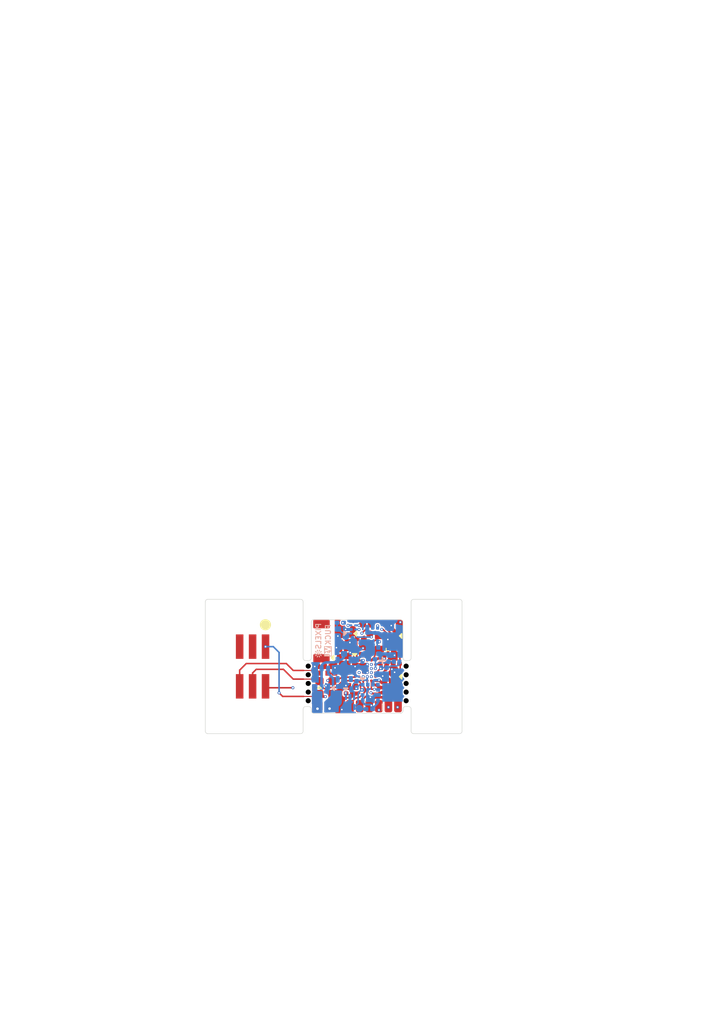
<source format=kicad_pcb>
(kicad_pcb (version 20241229) (generator "pcbnew") (generator_version "9.0")
  (title_block (title "Pixels D20 Layout") (date "2022-08-26") (rev "13") (company "Systemic Games, LLC") (comment 1 "Flexible PCB, 0.13mm thickness"))
  (layers (0 "F.Cu" signal) (4 "In1.Cu" signal) (6 "In2.Cu" signal) (2 "B.Cu" signal) (13 "F.Paste" user) (15 "B.Paste" user) (5 "F.SilkS" user "F.Silkscreen") (7 "B.SilkS" user "B.Silkscreen") (1 "F.Mask" user) (3 "B.Mask" user) (25 "Edge.Cuts" user))
  (net 0 "")
  (net 1 "/ANTENNA_MECHANICAL")
  (net 2 "GND")
  (net 3 "VDD")
  (net 4 "VDC")
  (net 5 "Net-(L1-Pad2)")
  (net 6 "+5V")
  (net 7 "VEE")
  (net 8 "/LED_EN")
  (net 9 "+BATT")
  (net 10 "SWDCLK")
  (net 11 "SWDIO")
  (net 12 "/5V_SENSE")
  (net 13 "/STATS")
  (net 14 "/SCL")
  (net 15 "/SDA")
  (net 16 "/ACC_INT")
  (net 17 "/PROG")
  (net 18 "/LED_DATA")
  (net 19 "/ANT_50")
  (net 20 "/ANT_NRF")
  (net 21 "/ANTENNA")
  (net 22 "Net-(U1-XC2)")
  (net 23 "Net-(U1-DEC1)")
  (net 24 "Net-(U1-XC1)")
  (net 25 "Net-(U1-DEC4)")
  (net 26 "Net-(U1-DEC2)")
  (net 27 "Net-(U1-DCC)")
  (net 28 "/LED_RETURN")
  (net 29 "/Wireless Charging/B-")
  (net 30 "/COILA")
  (net 31 "/COILB")
  (net 32 "/ANT_MID")
  (net 33 "Net-(U6-CE)")
  (net 34 "/NTC_PHOTO_SENSE")
  (net 36 "/OPT_A2D")
  (net 37 "/SENSE_SELECT")
  (net 38 "Net-(U7-BAT)")
  (net 39 "/VBAT_SENSE")
  (net 40 "/SM")
  (net 41 "Net-(U10-B0)")
  (net 42 "unconnected-(U11-RES-Pad4)")
  (net 43 "/OPT_IO")
  (footprint "Pixels-dice:0402_RF" (layer "F.Cu") (at 202.3 71.31 90)
    (property "Reference" "C12" (hide yes))
    (property "Value" "DNP" (hide yes))
  )
  (footprint "Capacitor_SMD:C_0201_0603Metric" (layer "F.Cu") (at 203.74 73.74)
    (property "Reference" "C10" (hide yes))
    (property "Value" "0.1uF 10V 20%" (hide yes))
  )
  (footprint "Pixels-dice:C_1.2x1.8" (layer "F.Cu") (at 206.69 68.74 90)
    (property "Reference" "L1" (hide yes))
    (property "Value" "10uH 100mA 20%" (hide yes))
  )
  (footprint "Pixels-dice:SX16Y032000B81T001" (layer "F.Cu") (at 203.29 68.37 180)
    (property "Reference" "Y1" (hide yes))
    (property "Value" "32MHz 40ppm" (hide yes))
  )
  (footprint "Pixels-dice:C_0402_1005Metric" (layer "F.Cu") (at 208.14 66.91 180)
    (property "Reference" "C9" (hide yes))
    (property "Value" "10uF 6.3V 20%" (hide yes))
  )
  (footprint "Pixels-dice:Mousebites_5" (layer "F.Cu") (at 199.7 72.765 90)
    (property "Reference" "REF**" (hide yes))
    (property "Value" "Mousebites_5" (hide yes))
  )
  (footprint "Resistor_SMD:R_0201_0603Metric" (layer "F.Cu") (at 208.7 69.03 -90)
    (property "Reference" "R12" (hide yes))
    (property "Value" "510R 1%")
  )
  (footprint "Pixels-dice:TEST_PIN" (layer "F.Cu") (at 205.89 66.95)
    (property "Reference" "W21" (hide yes))
    (property "Value" "LED2" (hide yes))
  )
  (footprint "Pixels-dice:FPB1_1-4" (layer "F.Cu") (at 207.875 69.025)
    (property "Reference" "U6" (hide yes))
    (property "Value" "ME6230")
  )
  (footprint "Pixels-dice:WLCSP" (layer "F.Cu") (at 205.3 71.5)
    (property "Reference" "U1" (hide yes))
    (property "Value" "NRF52810-CAAA-R" (hide yes))
  )
  (footprint "Capacitor_SMD:C_0201_0603Metric" (layer "F.Cu") (at 204.82 68.39 180)
    (property "Reference" "C2" (hide yes))
    (property "Value" "8pF 10V 10%" (hide yes))
  )
  (footprint "Pixels-dice:0402_RF" (layer "F.Cu") (at 202.95 71.22 -90)
    (property "Reference" "L5" (hide yes))
    (property "Value" "3.3nH 5%" (hide yes))
  )
  (footprint "Inductor_SMD:L_0402_1005Metric" (layer "F.Cu") (at 205.76 69.305 -90)
    (property "Reference" "L2" (hide yes))
    (property "Value" "15nH 100mA 5%" (hide yes))
  )
  (footprint "Package_DFN_QFN:UDFN-4-1EP_1x1mm_P0.65mm_EP0.48x0.48mm" (layer "F.Cu") (at 207.81 71.77 180)
    (property "Reference" "U7" (hide yes))
    (property "Value" "DS6101")
  )
  (footprint "Pixels-dice:TEST_PIN" (layer "F.Cu") (at 205.74 67.91)
    (property "Reference" "W23" (hide yes))
    (property "Value" "ADC_OUT" (hide yes))
  )
  (footprint "Connector_PinHeader_1.27mm:PinHeader_2x03_P1.27mm_Vertical_SMD" (layer "F.Cu") (at 194.24 71.1 -90)
    (property "Reference" "J5" (hide yes))
    (property "Value" "Conn_02x03_Odd_Even")
  )
  (footprint "Pixels-dice:TEST_PIN" (layer "F.Cu") (at 204.07 67.47)
    (property "Reference" "W11" (hide yes))
    (property "Value" "XC2" (hide yes))
  )
  (footprint "Pixels-dice:TEST_PIN" (layer "F.Cu") (at 205.04 66.95)
    (property "Reference" "W22" (hide yes))
    (property "Value" "ADC_SELECT" (hide yes))
  )
  (footprint "Pixels-dice:0402_RF" (layer "F.Cu") (at 200.85 71.1 180)
    (property "Reference" "C11" (hide yes))
    (property "Value" "DNP" (hide yes))
  )
  (footprint "Pixels-dice:AW35122" (layer "F.Cu") (at 208.491599 67.85 -90)
    (property "Reference" "U5" (hide yes))
    (property "Value" "AW35122" (hide yes))
  )
  (footprint "Pixels-dice:PROG_1.27" (layer "F.Cu") (at 201.44 73.805 180)
    (property "Reference" "J2" (hide yes))
    (property "Value" "Conn_01x04" (hide yes))
  )
  (footprint "Package_TO_SOT_SMD:SOT-553" (layer "F.Cu") (at 207.8425 73.17 180)
    (property "Reference" "U8" (hide yes))
    (property "Value" "SL1605")
  )
  (footprint "Pixels-dice:0402_RF" (layer "F.Cu") (at 201.2 71.75 180)
    (property "Reference" "L3" (hide yes))
    (property "Value" "0 Ohm" (hide yes))
  )
  (footprint "Pixels-dice:0402_RF" (layer "F.Cu") (at 203.6 71.22 90)
    (property "Reference" "L4" (hide yes))
    (property "Value" "2.2nH 5%" (hide yes))
  )
  (footprint "Pixels-dice:C_0402_1005Metric" (layer "F.Cu") (at 207.56 70.16)
    (property "Reference" "C18" (hide yes))
    (property "Value" "4.7uF 10V 20%" (hide yes))
  )
  (footprint "Pixels-dice:C_0402_1005Metric" (layer "F.Cu") (at 203.86 73.1 180)
    (property "Reference" "C4" (hide yes))
    (property "Value" "4.7uF 10V 20%" (hide yes))
  )
  (footprint "Capacitor_SMD:C_0201_0603Metric" (layer "F.Cu") (at 203.1 69.4)
    (property "Reference" "C5" (hide yes))
    (property "Value" "8pF 10V 10%" (hide yes))
  )
  (footprint "Pixels-dice:Mousebites_5" (layer "F.Cu") (at 209.31 72.765 90)
    (property "Reference" "REF**" (hide yes))
    (property "Value" "Mousebites_5" (hide yes))
  )
  (footprint "Capacitor_SMD:C_0201_0603Metric" (layer "F.Cu") (at 208.34 70.83 180)
    (property "Reference" "C23" (hide yes))
    (property "Value" "0.1uF 10V 20%")
  )
  (footprint "Capacitor_SMD:C_0201_0603Metric" (layer "F.Cu") (at 207.11 70.82)
    (property "Reference" "C3" (hide yes))
    (property "Value" "0.1uF 10V 20%" (hide yes))
  )
  (footprint "Pixels-dice:C_0402_1005Metric" (layer "F.Cu") (at 205 69.46 90)
    (property "Reference" "C1" (hide yes))
    (property "Value" "4.7uF 10V 20%" (hide yes))
  )
  (footprint "Pixels-dice:CHIP_ANT" (layer "F.Cu") (at 201 70.3)
    (property "Reference" "AE1" (hide yes))
    (property "Value" "Antenna_Chip" (hide yes))
  )
  (footprint "Pixels-dice:0402_RF" (layer "F.Cu") (at 203.2 70.11)
    (property "Reference" "C8" (hide yes))
    (property "Value" "1.2pF 10V 5% C0G" (hide yes))
  )
  (footprint "Pixels-dice:LED_CONNECTOR_9" (layer "F.Cu") (at 203.1125 75)
    (property "Reference" "J3" (hide yes))
    (property "Value" "Conn_01x09")
  )
  (footprint "Package_TO_SOT_SMD:SOT-553" (layer "B.Cu") (at 206.01 67.96 -90)
    (property "Reference" "U9" (hide yes))
    (property "Value" "XT4051" (hide yes))
  )
  (footprint "Resistor_SMD:R_0201_0603Metric" (layer "B.Cu") (at 206.58 69.55 -90)
    (property "Reference" "R6" (hide yes))
    (property "Value" "5.6k 1%" (hide yes))
  )
  (footprint "Capacitor_SMD:C_0201_0603Metric" (layer "B.Cu") (at 207.41 71.54 -90)
    (property "Reference" "C22" (hide yes))
    (property "Value" "10nF 25V 10%" (hide yes))
  )
  (footprint "Pixels-dice:SOT-363_SC-70-6" (layer "B.Cu") (at 201.01 72.2 90)
    (property "Reference" "D1" (hide yes))
    (property "Value" "BAV99S" (hide yes))
  )
  (footprint "Resistor_SMD:R_0201_0603Metric" (layer "B.Cu") (at 204.45 72.87 90)
    (property "Reference" "R11" (hide yes))
    (property "Value" "5.6k 1%")
  )
  (footprint "Resistor_SMD:R_0201_0603Metric" (layer "B.Cu") (at 205.93 70.38)
    (property "Reference" "R1" (hide yes))
    (property "Value" "3.9M 1%" (hide yes))
  )
  (footprint "Resistor_SMD:R_0201_0603Metric" (layer "B.Cu") (at 205.69 75.29 180)
    (property "Reference" "R10" (hide yes))
    (property "Value" "5.6k 1%")
  )
  (footprint "Pixels-dice:TEST_PIN" (layer "B.Cu") (at 204.35 70.46)
    (property "Reference" "W15" (hide yes))
    (property "Value" "+5V" (hide yes))
  )
  (footprint "Capacitor_SMD:C_0201_0603Metric" (layer "B.Cu") (at 208.11 70.3 90)
    (property "Reference" "C21" (hide yes))
    (property "Value" "10nF 25V 10%" (hide yes))
  )
  (footprint "Capacitor_SMD:C_0805_2012Metric" (layer "B.Cu") (at 201.5 74.24)
    (property "Reference" "C19" (hide yes))
    (property "Value" "12nF 50V 5% NP0" (hide yes))
  )
  (footprint "Pixels-dice:R_0402_1005Metric" (layer "B.Cu") (at 202.62 67.930001 -90)
    (property "Reference" "TH1" (hide yes))
    (property "Value" "NTC 100k @ 25C" (hide yes))
  )
  (footprint "Package_TO_SOT_SMD:SOT-353_SC-70-5" (layer "B.Cu") (at 203.23 71.41 90)
    (property "Reference" "U3" (hide yes))
    (property "Value" "TPS715" (hide yes))
  )
  (footprint "Resistor_SMD:R_0201_0603Metric" (layer "B.Cu") (at 206.86 71.54 -90)
    (property "Reference" "R8" (hide yes))
    (property "Value" "10M 1%" (hide yes))
  )
  (footprint "Resistor_SMD:R_0201_0603Metric" (layer "B.Cu") (at 202.85 66.8 180)
    (property "Reference" "R9" (hide yes))
    (property "Value" "100k 1%" (hide yes))
  )
  (footprint "Pixels-dice:TEST_PIN" (layer "B.Cu") (at 203.94 73.35)
    (property "Reference" "W9" (hide yes))
    (property "Value" "SDA" (hide yes))
  )
  (footprint "Package_LGA:LGA-12_2x2mm_P0.5mm" (layer "B.Cu") (at 205.7975 73.65 -90)
    (property "Reference" "U11" (hide yes))
    (property "Value" "KXTJ3-1057")
  )
  (footprint "Pixels-dice:C_0402_1005Metric" (layer "B.Cu") (at 208.14 67.32 180)
    (property "Reference" "C16" (hide yes))
    (property "Value" "10uF 6.3V 20%" (hide yes))
  )
  (footprint "Capacitor_SMD:C_0201_0603Metric" (layer "B.Cu") (at 205.02 70.93 -90)
    (property "Reference" "C7" (hide yes))
    (property "Value" "100pF NP0 10V 2%" (hide yes))
  )
  (footprint "Resistor_SMD:R_0201_0603Metric" (layer "B.Cu") (at 204.58 68.65 180)
    (property "Reference" "R4" (hide yes))
    (property "Value" "10k 1%" (hide yes))
  )
  (footprint "Pixels-dice:TEST_PIN" (layer "B.Cu") (at 203.39 68.14)
    (property "Reference" "W20" (hide yes))
    (property "Value" "TH1" (hide yes))
  )
  (footprint "Pixels-dice:UFDFPN5" (layer "B.Cu") (at 203.8 74.5875 -90)
    (property "Reference" "U4" (hide yes))
    (property "Value" "M24C02-FMH6TG")
  )
  (footprint "Capacitor_SMD:C_0603_1608Metric" (layer "B.Cu") (at 205.025 69.51 180)
    (property "Reference" "C15" (hide yes))
    (property "Value" "22uF 10V 20%" (hide yes))
  )
  (footprint "Pixels-dice:Batt_409090_Tabs" (layer "B.Cu") (at 207.98 71.15 -90)
    (property "Reference" "J1" (hide yes))
    (property "Value" "Conn_01x02" (hide yes))
  )
  (footprint "Pixels-dice:TEST_PIN" (layer "B.Cu") (at 204.71 75.22)
    (property "Reference" "W8" (hide yes))
    (property "Value" "SCL" (hide yes))
  )
  (footprint "Resistor_SMD:R_0201_0603Metric" (layer "B.Cu") (at 207.58 70.3 -90)
    (property "Reference" "R2" (hide yes))
    (property "Value" "3.9M 1%" (hide yes))
  )
  (footprint "Pixels-dice:DFN1109-6" (layer "B.Cu") (at 204.12 67.46 90)
    (property "Reference" "U10" (hide yes))
    (property "Value" "WAS3157D-6/TR")
  )
  (footprint "Resistor_SMD:R_0201_0603Metric" (layer "B.Cu") (at 208.65 70.32 -90)
    (property "Reference" "R7" (hide yes))
    (property "Value" "3.9M 1%" (hide yes))
  )
  (footprint "Capacitor_SMD:C_0402_1005Metric" (layer "B.Cu") (at 203.22 69.38 90)
    (property "Reference" "C13" (hide yes))
    (property "Value" "4.7uF 25V 20%" (hide yes))
  )
  (gr_line (start 207.35 69.31) (end 207.35 69.56) (stroke (width 0.1)) (layer "F.SilkS"))
  (gr_poly (pts (xy 200.81 73.05) (xy 200.61 73.25) (xy 201.01 73.25)) (stroke (width 0.1)) (fill no) (layer "F.SilkS"))
  (gr_poly (pts (xy 204.22 67.87) (xy 204.42 68.07) (xy 204.42 67.67)) (stroke (width 0.15)) (fill yes) (layer "F.SilkS"))
  (gr_poly (pts (xy 208.67 68.09) (xy 208.87 68.29) (xy 208.87 67.89)) (stroke (width 0.15)) (fill yes) (layer "F.SilkS"))
  (gr_circle (center 195.5 67) (end 195.9 67.2) (stroke (width 0.2)) (fill yes) (layer "F.SilkS"))
  (gr_poly (pts (xy 204.25 70.05) (xy 204.45 69.85) (xy 204.05 69.85)) (stroke (width 0.15)) (fill yes) (layer "F.SilkS"))
  (gr_line (start 207.35 69.56) (end 207.61 69.56) (stroke (width 0.1)) (layer "F.SilkS"))
  (gr_poly (pts (xy 201.99 70.24) (xy 202.19 70.44) (xy 202.19 70.04)) (stroke (width 0.15)) (fill yes) (layer "F.SilkS"))
  (gr_poly (pts (xy 208.67 72.1) (xy 208.87 72.3) (xy 208.87 71.9)) (stroke (width 0.15)) (fill yes) (layer "F.SilkS"))
  (gr_line (start 200.777252 70.070635) (end 200.808156 70.16574) (stroke (width 0.1) (type dash)) (layer "B.SilkS"))
  (gr_line (start 200.497746 69.685925) (end 200.416844 69.627145) (stroke (width 0.1) (type dash)) (layer "B.SilkS"))
  (gr_poly (pts (xy 203.39 73.43) (xy 203.19 73.23) (xy 203.59 73.23)) (stroke (width 0.15)) (fill yes) (layer "B.SilkS"))
  (gr_poly (pts (xy 202.04 73.22) (xy 202.24 73.02) (xy 202.24 73.42)) (stroke (width 0.15)) (fill yes) (layer "B.SilkS"))
  (gr_line (start 200.95 69.83287) (end 201.05 69.83287) (stroke (width 0.1) (type dash)) (layer "B.SilkS"))
  (gr_poly (pts (xy 203.4 67.85) (xy 203.2 68.05) (xy 203.2 67.65)) (stroke (width 0.15)) (fill yes) (layer "B.SilkS"))
  (gr_line (start 200.45 69.832871) (end 200.35 69.83287) (stroke (width 0.1) (type dash)) (layer "B.SilkS"))
  (gr_line (start 200.902254 69.979816) (end 200.983156 70.038595) (stroke (width 0.1) (type dash)) (layer "B.SilkS"))
  (gr_line (start 200.902254 69.685922) (end 200.983156 69.627145) (stroke (width 0.1) (type dash)) (layer "B.SilkS"))
  (gr_line (start 200.777254 69.595106) (end 200.808156 69.5) (stroke (width 0.1) (type dash)) (layer "B.SilkS"))
  (gr_line (start 200.497745 69.979817) (end 200.416844 70.038595) (stroke (width 0.1) (type dash)) (layer "B.SilkS"))
  (gr_circle (center 200.7 69.83287) (end 200.78 69.83287) (stroke (width 0.1)) (fill yes) (layer "B.SilkS"))
  (gr_line (start 200.622744 69.595106) (end 200.591844 69.5) (stroke (width 0.1) (type dash)) (layer "B.SilkS"))
  (gr_poly (pts (xy 205.02 72.44) (xy 204.82 72.24) (xy 205.22 72.24)) (stroke (width 0.15)) (fill yes) (layer "B.SilkS"))
  (gr_line (start 200.622746 70.070634) (end 200.591844 70.16574) (stroke (width 0.1) (type dash)) (layer "B.SilkS"))
  (gr_arc (start 209.55 75.03442) (mid 209.72677 75.107645) (end 209.8 75.28442) (stroke (width 0.05)) (layer "Edge.Cuts"))
  (gr_arc (start 214.55 64.5) (mid 214.726777 64.573223) (end 214.8 64.75) (stroke (width 0.05)) (layer "Edge.Cuts"))
  (gr_line (start 198.95 77.7) (end 189.85 77.7) (stroke (width 0.05)) (layer "Edge.Cuts"))
  (gr_line (start 209.55 70.52) (end 209.25 70.52) (stroke (width 0.05)) (layer "Edge.Cuts"))
  (gr_arc (start 200 66.75) (mid 200.073223 66.573223) (end 200.25 66.5) (stroke (width 0.05)) (layer "Edge.Cuts"))
  (gr_line (start 199.45 70.52) (end 199.75 70.52) (stroke (width 0.05)) (layer "Edge.Cuts"))
  (gr_arc (start 199.2 77.45) (mid 199.126777 77.626777) (end 198.95 77.7) (stroke (width 0.05)) (layer "Edge.Cuts"))
  (gr_arc (start 209.8 70.27) (mid 209.726777 70.446777) (end 209.55 70.52) (stroke (width 0.05)) (layer "Edge.Cuts"))
  (gr_arc (start 200.25 75.7) (mid 200.073223 75.626777) (end 200 75.45) (stroke (width 0.05)) (layer "Edge.Cuts"))
  (gr_line (start 199.2 70.27) (end 199.2 64.75) (stroke (width 0.05)) (layer "Edge.Cuts"))
  (gr_arc (start 214.8 77.45) (mid 214.726777 77.626777) (end 214.55 77.7) (stroke (width 0.05)) (layer "Edge.Cuts"))
  (gr_line (start 209 66.75) (end 209 70.27) (stroke (width 0.05)) (layer "Edge.Cuts"))
  (gr_arc (start 199.45 70.52) (mid 199.273223 70.446777) (end 199.2 70.27) (stroke (width 0.05)) (layer "Edge.Cuts"))
  (gr_arc (start 199.75 75.03442) (mid 199.92677 75.107645) (end 200 75.28442) (stroke (width 0.05)) (layer "Edge.Cuts"))
  (gr_arc (start 209.8 64.75) (mid 209.873223 64.573223) (end 210.05 64.5) (stroke (width 0.05)) (layer "Edge.Cuts"))
  (gr_line (start 200 75.45) (end 200 75.28442) (stroke (width 0.05)) (layer "Edge.Cuts"))
  (gr_arc (start 198.95 64.5) (mid 199.126777 64.573223) (end 199.2 64.75) (stroke (width 0.05)) (layer "Edge.Cuts"))
  (gr_arc (start 200 70.27) (mid 199.926777 70.446777) (end 199.75 70.52) (stroke (width 0.05)) (layer "Edge.Cuts"))
  (gr_line (start 189.85 64.5) (end 198.95 64.5) (stroke (width 0.05)) (layer "Edge.Cuts"))
  (gr_arc (start 189.6 64.75) (mid 189.673223 64.573223) (end 189.85 64.5) (stroke (width 0.05)) (layer "Edge.Cuts"))
  (gr_line (start 209.55 75.03442) (end 209.246838 75.03442) (stroke (width 0.05)) (layer "Edge.Cuts"))
  (gr_arc (start 209 75.45) (mid 208.926777 75.626777) (end 208.75 75.7) (stroke (width 0.05)) (layer "Edge.Cuts"))
  (gr_line (start 214.55 77.7) (end 210.05 77.7) (stroke (width 0.05)) (layer "Edge.Cuts"))
  (gr_line (start 199.2 75.2844) (end 199.2 77.45) (stroke (width 0.05)) (layer "Edge.Cuts"))
  (gr_line (start 199.75 75.03442) (end 199.446838 75.03442) (stroke (width 0.05)) (layer "Edge.Cuts"))
  (gr_arc (start 209 75.2844) (mid 209.073216 75.10763) (end 209.246838 75.03442) (stroke (width 0.05)) (layer "Edge.Cuts"))
  (gr_arc (start 199.2 75.2844) (mid 199.273216 75.10763) (end 199.446838 75.03442) (stroke (width 0.05)) (layer "Edge.Cuts"))
  (gr_arc (start 189.85 77.7) (mid 189.673223 77.626777) (end 189.6 77.45) (stroke (width 0.05)) (layer "Edge.Cuts"))
  (gr_line (start 200.25 66.5) (end 208.75 66.5) (stroke (width 0.05)) (layer "Edge.Cuts"))
  (gr_line (start 210.05 64.5) (end 214.55 64.5) (stroke (width 0.05)) (layer "Edge.Cuts"))
  (gr_arc (start 208.75 66.5) (mid 208.926777 66.573223) (end 209 66.75) (stroke (width 0.05)) (layer "Edge.Cuts"))
  (gr_line (start 214.8 64.75) (end 214.8 77.45) (stroke (width 0.05)) (layer "Edge.Cuts"))
  (gr_line (start 209.8 64.75) (end 209.8 70.27) (stroke (width 0.05)) (layer "Edge.Cuts"))
  (gr_line (start 209.8 77.45) (end 209.8 75.28442) (stroke (width 0.05)) (layer "Edge.Cuts"))
  (gr_line (start 209 75.2844) (end 209 75.45) (stroke (width 0.05)) (layer "Edge.Cuts"))
  (gr_line (start 200 70.27) (end 200 66.75) (stroke (width 0.05)) (layer "Edge.Cuts"))
  (gr_arc (start 210.05 77.7) (mid 209.873223 77.626777) (end 209.8 77.45) (stroke (width 0.05)) (layer "Edge.Cuts"))
  (gr_arc (start 209.25 70.52) (mid 209.073223 70.446777) (end 209 70.27) (stroke (width 0.05)) (layer "Edge.Cuts"))
  (gr_line (start 189.6 77.45) (end 189.6 64.75) (stroke (width 0.05)) (layer "Edge.Cuts"))
  (gr_line (start 208.75 75.7) (end 200.25 75.7) (stroke (width 0.05)) (layer "Edge.Cuts"))
  (gr_text "+" (at 207.4 69.9 90) (layer "B.SilkS") (effects (font (size 0.8 0.8) (thickness 0.16) (bold yes)) (justify left bottom mirror)))
  (gr_text "PIXELS" (at 201 66.78287 90) (layer "B.SilkS") (effects (font (size 0.5 0.5) (thickness 0.1) (bold yes)) (justify left bottom mirror)))
  (gr_text "-" (at 207.4 74.5 90) (layer "B.SilkS") (effects (font (size 0.8 0.8) (thickness 0.16) (bold yes)) (justify left bottom mirror)))
  (gr_text "V1" (at 201.95 69.1 90) (layer "B.SilkS" knockout) (effects (font (size 0.5 0.5) (thickness 0.125) (bold yes)) (justify left bottom mirror)))
  (gr_text "PUCK" (at 201.95 66.9 90) (layer "B.SilkS") (effects (font (size 0.5 0.5) (thickness 0.1) (bold yes)) (justify left bottom mirror)))
  (segment (start 202.47 69.25) (end 202.563431 69.343431) (width 0.15) (layer "F.Cu") (net 2))
  (segment (start 200.339945 71.290055) (end 200.14 71.49) (width 0.1) (layer "F.Cu") (net 2))
  (segment (start 207.6 66.95) (end 207.6 66.958401) (width 0.15) (layer "F.Cu") (net 2))
  (segment (start 205.080668 69.300668) (end 205.080668 69.150135) (width 0.15) (layer "F.Cu") (net 2))
  (segment (start 193.62 70.81) (end 192.97 71.46) (width 0.15) (layer "F.Cu") (net 2))
  (segment (start 203.425 73.1) (end 203.38 73.1) (width 0.15) (layer "F.Cu") (net 2))
  (segment (start 203.64 70.015) (end 203.64 70.11) (width 0.15) (layer "F.Cu") (net 2))
  (segment (start 207.6 66.958401) (end 208.241599 67.6) (width 0.2) (layer "F.Cu") (net 2))
  (segment (start 203.4 72.97) (end 203.267071 73.102928) (width 0.15) (layer "F.Cu") (net 2))
  (segment (start 197.55 70.81) (end 193.62 70.81) (width 0.15) (layer "F.Cu") (net 2))
  (segment (start 202.7 69.4) (end 202.78 69.4) (width 0.15) (layer "F.Cu") (net 2))
  (segment (start 203.707175 69.852824) (end 203.83 69.73) (width 0.15) (layer "F.Cu") (net 2))
  (segment (start 198.23 71.49) (end 197.55 70.81) (width 0.15) (layer "F.Cu") (net 2))
  (segment (start 200.339945 71.09934) (end 200.339945 71.290055) (width 0.1) (layer "F.Cu") (net 2))
  (segment (start 205.010334 68.980334) (end 204.94 68.91) (width 0.15) (layer "F.Cu") (net 2))
  (segment (start 203.26 73.12) (end 203.26 73.13) (width 0.15) (layer "F.Cu") (net 2))
  (segment (start 208.17 69.98) (end 207.99 70.26) (width 0.15) (layer "F.Cu") (net 2))
  (segment (start 207.27 72.095) (end 207.065 72.095) (width 0.15) (layer "F.Cu") (net 2))
  (segment (start 200.14 71.49) (end 199.24 71.49) (width 0.1) (layer "F.Cu") (net 2))
  (segment (start 199.24 71.49) (end 198.23 71.49) (width 0.15) (layer "F.Cu") (net 2))
  (segment (start 192.97 71.46) (end 192.97 73.050001) (width 0.15) (layer "F.Cu") (net 2))
  (segment (start 207.065 72.095) (end 207.01 72.04) (width 0.15) (layer "F.Cu") (net 2))
  (segment (start 203.501819 73.131819) (end 204.11 73.74) (width 0.15) (layer "F.Cu") (net 2))
  (via (at 203.37 67.46) (size 0.3) (drill 0.15) (layers "F.Cu" "B.Cu") (net 2))
  (via (at 203.83 69.73) (size 0.3) (drill 0.15) (layers "F.Cu" "B.Cu") (net 2))
  (via (at 201.44 72.98) (size 0.3) (drill 0.15) (layers "F.Cu" "B.Cu") (net 2))
  (via (at 207.01 72.04) (size 0.3) (drill 0.15) (layers "F.Cu" "B.Cu") (net 2))
  (via (at 202.47 69.25) (size 0.3) (drill 0.15) (layers "F.Cu" "B.Cu") (net 2))
  (via (at 205.080668 69.300668) (size 0.3) (drill 0.15) (layers "F.Cu" "B.Cu") (net 2))
  (via (at 202.61 68.11) (size 0.3) (drill 0.15) (layers "F.Cu" "B.Cu") (net 2))
  (via (at 205.8 74.125) (size 0.3) (drill 0.15) (layers "F.Cu" "B.Cu") (net 2))
  (via (at 207.85 67.08) (size 0.3) (drill 0.15) (layers "F.Cu" "B.Cu") (net 2))
  (via (at 208.17 70) (size 0.3) (drill 0.15) (layers "F.Cu" "B.Cu") (net 2))
  (via (at 204.3 71.1) (size 0.3) (drill 0.15) (layers "F.Cu" "B.Cu") (net 2))
  (via (at 203 75.328675) (size 0.3) (drill 0.15) (layers "F.Cu" "B.Cu") (net 2))
  (via (at 203.4 72.97) (size 0.3) (drill 0.15) (layers "F.Cu" "B.Cu") (net 2))
  (via (at 205.5 70.9) (size 0.3) (drill 0.15) (layers "F.Cu" "B.Cu") (net 2))
  (via (at 205.5 71.7) (size 0.3) (drill 0.15) (layers "F.Cu" "B.Cu") (net 2))
  (via (at 202.33 71.23) (size 0.3) (drill 0.15) (layers "F.Cu" "B.Cu") (net 2))
  (via (at 203.79 68.75) (size 0.3) (drill 0.15) (layers "F.Cu" "B.Cu") (net 2))
  (via (at 200.339945 71.09934) (size 0.3) (drill 0.15) (layers "F.Cu" "B.Cu") (net 2))
  (arc (start 203.707175 69.852824) (mid 203.657458 69.927231) (end 203.64 70.015) (width 0.15) (layer "F.Cu") (net 2))
  (arc (start 203.26 73.12) (mid 203.261837 73.11076) (end 203.267071 73.102928) (width 0.15) (layer "F.Cu") (net 2))
  (arc (start 202.7 69.4) (mid 202.626089 69.385298) (end 202.563431 69.343431) (width 0.15) (layer "F.Cu") (net 2))
  (arc (start 203.501819 73.131819) (mid 203.466574 73.108269) (end 203.425 73.1) (width 0.15) (layer "F.Cu") (net 2))
  (arc (start 205.010334 68.980334) (mid 205.062388 69.058239) (end 205.080668 69.150135) (width 0.15) (layer "F.Cu") (net 2))
  (segment (start 203.8925 68.7525) (end 203.79 68.75) (width 0.15) (layer "B.Cu") (net 2))
  (segment (start 204.723315 69.51) (end 204.28 69.51) (width 0.15) (layer "B.Cu") (net 2))
  (segment (start 203.37 67.46) (end 203.87 67.46) (width 0.3) (layer "B.Cu") (net 2))
  (segment (start 203.995 68.85753) (end 203.995 69.51) (width 0.15) (layer "B.Cu") (net 2))
  (segment (start 200.395 71.115) (end 200.41 71.13) (width 0.15) (layer "B.Cu") (net 2))
  (segment (start 205.080668 69.300668) (end 204.976002 69.405334) (width 0.15) (layer "B.Cu") (net 2))
  (arc (start 204.976002 69.405334) (mid 204.860068 69.482798) (end 204.723315 69.51) (width 0.15) (layer "B.Cu") (net 2))
  (arc (start 203.8925 68.7525) (mid 203.965128 68.784151) (end 203.995 68.85753) (width 0.15) (layer "B.Cu") (net 2))
  (arc (start 200.395 71.115) (mid 200.383898 71.098385) (end 200.38 71.078786) (width 0.15) (layer "B.Cu") (net 2))
  (segment (start 200.943327 73.943327) (end 200.805 73.805) (width 0.25) (layer "F.Cu") (net 3))
  (segment (start 207.14467 70.145327) (end 207.134077 70.15592) (width 0.25) (layer "F.Cu") (net 3))
  (segment (start 207.55 69.545) (end 207.55 69.35) (width 0.25) (layer "F.Cu") (net 3))
  (segment (start 207.235535 70.054459) (end 207.227927 70.062068) (width 0.25) (layer "F.Cu") (net 3))
  (segment (start 206.78454 72.57454) (end 206.65 72.44) (width 0.25) (layer "F.Cu") (net 3))
  (segment (start 207.412114 69.877885) (end 207.406544 69.883454) (width 0.25) (layer "F.Cu") (net 3))
  (segment (start 207.345275 69.944719) (end 207.305598 69.984396) (width 0.25) (layer "F.Cu") (net 3))
  (segment (start 200.805 73.805) (end 200.57 74.04) (width 0.1) (layer "F.Cu") (net 3))
  (segment (start 207.385485 69.90451) (end 207.371904 69.918091) (width 0.25) (layer "F.Cu") (net 3))
  (segment (start 207.14467 70.145327) (end 207.153499 70.136499) (width 0.25) (layer "F.Cu") (net 3))
  (segment (start 207.238247 70.051747) (end 207.235535 70.054459) (width 0.25) (layer "F.Cu") (net 3))
  (segment (start 206.547573 72.5) (end 206.3 72.5) (width 0.25) (layer "F.Cu") (net 3))
  (segment (start 207.098765 70.191234) (end 207.097 70.193) (width 0.25) (layer "F.Cu") (net 3))
  (segment (start 207.385485 69.90451) (end 207.395403 69.894593) (width 0.25) (layer "F.Cu") (net 3))
  (segment (start 200.57 74.04) (end 199.25 74.04) (width 0.1) (layer "F.Cu") (net 3))
  (segment (start 207.111124 70.178874) (end 207.104062 70.185936) (width 0.25) (layer "F.Cu") (net 3))
  (segment (start 207.220318 70.069677) (end 207.209998 70.079998) (width 0.25) (layer "F.Cu") (net 3))
  (segment (start 207.015 72.67) (end 207.15 72.67) (width 0.25) (layer "F.Cu") (net 3))
  (segment (start 207.209998 70.079998) (end 207.181749 70.108249) (width 0.25) (layer "F.Cu") (net 3))
  (segment (start 197.19 74.04) (end 196.84 73.69) (width 0.15) (layer "F.Cu") (net 3))
  (segment (start 199.25 74.04) (end 197.19 74.04) (width 0.15) (layer "F.Cu") (net 3))
  (segment (start 207.181749 70.108249) (end 207.153499 70.136499) (width 0.25) (layer "F.Cu") (net 3))
  (segment (start 207.29974 69.990253) (end 207.271778 70.018215) (width 0.25) (layer "F.Cu") (net 3))
  (segment (start 207.102296 70.187702) (end 207.104062 70.185936) (width 0.25) (layer "F.Cu") (net 3))
  (segment (start 201.39 74.06) (end 201.225 74.06) (width 0.25) (layer "F.Cu") (net 3))
  (segment (start 207.406544 69.883454) (end 207.395403 69.894593) (width 0.25) (layer "F.Cu") (net 3))
  (segment (start 206.397 70.403) (end 206.3 70.5) (width 0.25) (layer "F.Cu") (net 3))
  (segment (start 206.62 72.47) (end 206.65 72.44) (width 0.25) (layer "F.Cu") (net 3))
  (segment (start 207.118186 70.171812) (end 207.111124 70.178874) (width 0.25) (layer "F.Cu") (net 3))
  (segment (start 207.25128 70.038714) (end 207.238247 70.051747) (width 0.25) (layer "F.Cu") (net 3))
  (segment (start 206.824193 70.306) (end 206.631178 70.306) (width 0.25) (layer "F.Cu") (net 3))
  (segment (start 207.132311 70.157685) (end 207.125249 70.164748) (width 0.25) (layer "F.Cu") (net 3))
  (segment (start 207.29974 69.990253) (end 207.305598 69.984396) (width 0.25) (layer "F.Cu") (net 3))
  (segment (start 207.345275 69.944719) (end 207.358323 69.931671) (width 0.25) (layer "F.Cu") (net 3))
  (segment (start 207.102296 70.187702) (end 207.098765 70.191234) (width 0.25) (layer "F.Cu") (net 3))
  (segment (start 207.264313 70.02568) (end 207.25128 70.038714) (width 0.25) (layer "F.Cu") (net 3))
  (segment (start 207.371904 69.918091) (end 207.358323 69.931671) (width 0.25) (layer "F.Cu") (net 3))
  (segment (start 207.271778 70.018215) (end 207.264313 70.02568) (width 0.25) (layer "F.Cu") (net 3))
  (segment (start 207.132311 70.157685) (end 207.134077 70.15592) (width 0.25) (layer "F.Cu") (net 3))
  (segment (start 207.227927 70.062068) (end 207.220318 70.069677) (width 0.25) (layer "F.Cu") (net 3))
  (segment (start 207.125249 70.164748) (end 207.118186 70.171812) (width 0.25) (layer "F.Cu") (net 3))
  (via (at 205.9 74.94) (size 0.3) (drill 0.15) (layers "F.Cu" "B.Cu") (net 3))
  (via (at 201.39 74.06) (size 0.3) (drill 0.15) (layers "F.Cu" "B.Cu") (net 3))
  (via (at 207.16 70.32) (size 0.3) (drill 0.15) (layers "F.Cu" "B.Cu") (net 3))
  (via (at 203.38 73.71) (size 0.3) (drill 0.15) (layers "F.Cu" "B.Cu") (net 3))
  (via (at 206.65 72.44) (size 0.3) (drill 0.15) (layers "F.Cu" "B.Cu") (net 3))
  (via (at 196.84 73.69) (size 0.3) (drill 0.15) (layers "F.Cu" "B.Cu") (net 3))
  (via (at 195.51 69.149999) (size 0.3) (drill 0.15) (layers "F.Cu" "B.Cu") (net 3))
  (via (at 204.42 73.25) (size 0.3) (drill 0.15) (layers "F.Cu" "B.Cu") (net 3))
  (arc (start 206.397 70.403) (mid 206.504441 70.331209) (end 206.631178 70.306) (width 0.25) (layer "F.Cu") (net 3))
  (arc (start 207.412114 69.877885) (mid 207.514164 69.725156) (end 207.55 69.545) (width 0.25) (layer "F.Cu") (net 3))
  (arc (start 206.78454 72.57454) (mid 206.890276 72.64519) (end 207.015 72.67) (width 0.25) (layer "F.Cu") (net 3))
  (arc (start 206.62 72.47) (mid 206.58677 72.492203) (end 206.547573 72.5) (width 0.25) (layer "F.Cu") (net 3))
  (arc (start 200.943327 73.943327) (mid 201.072559 74.029677) (end 201.225 74.06) (width 0.25) (layer "F.Cu") (net 3))
  (arc (start 206.824193 70.306) (mid 206.971835 70.276632) (end 207.097 70.193) (width 0.25) (layer "F.Cu") (net 3))
  (segment (start 205.28 74.84) (end 205.8 74.84) (width 0.2) (layer "B.Cu") (net 3))
  (segment (start 205.035 74.4) (end 205.0475 74.4125) (width 0.15) (layer "B.Cu") (net 3))
  (segment (start 205.0475 74.4125) (end 205.0475 74.6075) (width 0.2) (layer "B.Cu") (net 3))
  (segment (start 205.035 73.9) (end 205.035 74.4) (width 0.15) (layer "B.Cu") (net 3))
  (segment (start 196.84 69.72) (end 196.269999 69.149999) (width 0.15) (layer "B.Cu") (net 3))
  (segment (start 206.56 74.546428) (end 206.56 74.41) (width 0.2) (layer "B.Cu") (net 3))
  (segment (start 204.7525 72.8875) (end 204.45 73.19) (width 0.15) (layer "B.Cu") (net 3))
  (segment (start 206.06 72.662777) (end 206.06 72.885) (width 0.25) (layer "B.Cu") (net 3))
  (segment (start 196.269999 69.149999) (end 195.51 69.149999) (width 0.15) (layer "B.Cu") (net 3))
  (segment (start 205.0475 74.6075) (end 205.28 74.84) (width 0.2) (layer "B.Cu") (net 3))
  (segment (start 205.8 74.84) (end 205.9 74.94) (width 0.2) (layer "B.Cu") (net 3))
  (segment (start 205.955 74.995) (end 205.9 74.94) (width 0.25) (layer "B.Cu") (net 3))
  (segment (start 206.01 75.127781) (end 206.01 75.261428) (width 0.25) (layer "B.Cu") (net 3))
  (segment (start 206.282777 72.44) (end 206.65 72.44) (width 0.25) (layer "B.Cu") (net 3))
  (segment (start 196.84 73.69) (end 196.84 69.72) (width 0.15) (layer "B.Cu") (net 3))
  (segment (start 206.46353 74.779326) (end 206.030203 75.212652) (width 0.2) (layer "B.Cu") (net 3))
  (segment (start 205.0475 72.8875) (end 204.7525 72.8875) (width 0.15) (layer "B.Cu") (net 3))
  (arc (start 205.955 74.995) (mid 205.995705 75.05592) (end 206.01 75.127781) (width 0.25) (layer "B.Cu") (net 3))
  (arc (start 206.46353 74.779326) (mid 206.534928 74.672471) (end 206.56 74.546428) (width 0.2) (layer "B.Cu") (net 3))
  (arc (start 206.06 72.662777) (mid 206.076957 72.577524) (end 206.12525 72.50525) (width 0.25) (layer "B.Cu") (net 3))
  (arc (start 206.030203 75.212652) (mid 206.01525 75.23503) (end 206.01 75.261428) (width 0.2) (layer "B.Cu") (net 3))
  (arc (start 206.282777 72.44) (mid 206.197524 72.456957) (end 206.12525 72.50525) (width 0.25) (layer "B.Cu") (net 3))
  (segment (start 208.741599 66.981599) (end 208.68 66.92) (width 0.15) (layer "F.Cu") (net 4))
  (segment (start 208.741599 67.6) (end 208.741599 66.981599) (width 0.2) (layer "F.Cu") (net 4))
  (segment (start 208.7 66.9) (end 208.68 66.92) (width 0.15) (layer "F.Cu") (net 4))
  (via (at 203.1 66.8) (size 0.3) (drill 0.15) (layers "F.Cu" "B.Cu") (net 4))
  (via (at 208.74 66.75) (size 0.3) (drill 0.15) (layers "F.Cu" "B.Cu") (net 4))
  (via (at 204.68435 67.464195) (size 0.3) (drill 0.15) (layers "F.Cu" "B.Cu") (net 4))
  (via (at 208.47 75.1) (size 0.3) (drill 0.15) (layers "F.Cu" "B.Cu") (net 4))
  (segment (start 204.68435 67.464195) (end 204.682252 67.462097) (width 0.15) (layer "B.Cu") (net 4))
  (segment (start 204.677188 67.46) (end 204.37 67.46) (width 0.15) (layer "B.Cu") (net 4))
  (arc (start 204.682252 67.462097) (mid 204.679928 67.460544) (end 204.677188 67.46) (width 0.15) (layer "B.Cu") (net 4))
  (segment (start 205.76 68.664142) (end 205.76 68.82) (width 0.15) (layer "F.Cu") (net 5))
  (segment (start 205.99 68.63) (end 205.794142 68.63) (width 0.15) (layer "F.Cu") (net 5))
  (segment (start 206.348492 68.481507) (end 206.77 68.06) (width 0.15) (layer "F.Cu") (net 5))
  (arc (start 205.77 68.64) (mid 205.781076 68.632598) (end 205.794142 68.63) (width 0.15) (layer "F.Cu") (net 5))
  (arc (start 205.99 68.63) (mid 206.184014 68.591407) (end 206.348492 68.481507) (width 0.15) (layer "F.Cu") (net 5))
  (arc (start 205.77 68.64) (mid 205.762598 68.651076) (end 205.76 68.664142) (width 0.15) (layer "F.Cu") (net 5))
  (segment (start 205.465 70.215) (end 205.61 70.36) (width 0.25) (layer "B.Cu") (net 6))
  (segment (start 204.200424 70.46) (end 203.88 70.46) (width 0.25) (layer "B.Cu") (net 6))
  (segment (start 204.705752 70.230443) (end 204.671195 70.264999) (width 0.25) (layer "B.Cu") (net 6))
  (segment (start 205.83 69.535) (end 205.83 69.51) (width 0.25) (layer "B.Cu") (net 6))
  (segment (start 205.114939 70.07) (end 205.093098 70.07) (width 0.25) (layer "B.Cu") (net 6))
  (segment (start 205.812322 69.577677) (end 205.464999 69.924999) (width 0.25) (layer "B.Cu") (net 6))
  (arc (start 204.671195 70.264999) (mid 204.455203 70.40932) (end 204.200424 70.46) (width 0.25) (layer "B.Cu") (net 6))
  (arc (start 205.114939 70.07) (mid 205.30439 70.032315) (end 205.464999 69.924999) (width 0.25) (layer "B.Cu") (net 6))
  (arc (start 205.812322 69.577677) (mid 205.825405 69.558096) (end 205.83 69.535) (width 0.25) (layer "B.Cu") (net 6))
  (arc (start 204.705752 70.230443) (mid 204.883467 70.111697) (end 205.093098 70.07) (width 0.25) (layer "B.Cu") (net 6))
  (arc (start 205.464999 69.924999) (mid 205.404938 70.069999) (end 205.465 70.215) (width 0.25) (layer "B.Cu") (net 6))
  (arc (start 205.114939 70.07) (mid 205.30439 70.107684) (end 205.465 70.215) (width 0.25) (layer "B.Cu") (net 6))
  (segment (start 202.54818 70.491819) (end 202.46 70.58) (width 0.25) (layer "B.Cu") (net 7))
  (segment (start 203.22 70.02) (end 203.22 69.86) (width 0.25) (layer "B.Cu") (net 7))
  (segment (start 201.01 71.365) (end 201.01 71.495) (width 0.25) (layer "B.Cu") (net 7))
  (segment (start 201.50506 70.7) (end 202.170294 70.7) (width 0.25) (layer "B.Cu") (net 7))
  (segment (start 201.01 71.56) (end 201.01 71.495) (width 0.25) (layer "B.Cu") (net 7))
  (segment (start 201.01 71.82) (end 201.01 72.1) (width 0.25) (layer "B.Cu") (net 7))
  (segment (start 203.067279 70.33272) (end 203.106862 70.293136) (width 0.25) (layer "B.Cu") (net 7))
  (segment (start 201.01 72.1) (end 201.01 72.6) (width 0.25) (layer "B.Cu") (net 7))
  (segment (start 202.715 70.46) (end 202.625 70.46) (width 0.25) (layer "B.Cu") (net 7))
  (segment (start 201.01 71.145) (end 201.01 71.235) (width 0.25) (layer "B.Cu") (net 7))
  (segment (start 201.154999 70.844999) (end 201.119601 70.880398) (width 0.25) (layer "B.Cu") (net 7))
  (segment (start 201.01 71.235) (end 201.01 71.365) (width 0.25) (layer "B.Cu") (net 7))
  (segment (start 201.01 72.6) (end 201.01 73.23) (width 0.25) (layer "B.Cu") (net 7))
  (segment (start 201.01 71.56) (end 201.01 71.82) (width 0.25) (layer "B.Cu") (net 7))
  (segment (start 202.715 70.46) (end 202.76 70.46) (width 0.25) (layer "B.Cu") (net 7))
  (arc (start 203.22 70.02) (mid 203.190596 70.16782) (end 203.106862 70.293136) (width 0.25) (layer "B.Cu") (net 7))
  (arc (start 201.50506 70.7) (mid 201.315608 70.737684) (end 201.154999 70.844999) (width 0.25) (layer "B.Cu") (net 7))
  (arc (start 202.76 70.46) (mid 202.926298 70.426921) (end 203.067279 70.33272) (width 0.25) (layer "B.Cu") (net 7))
  (arc (start 201.119601 70.880398) (mid 201.038484 71.001798) (end 201.01 71.145) (width 0.25) (layer "B.Cu") (net 7))
  (arc (start 202.46 70.58) (mid 202.327081 70.668813) (end 202.170294 70.7) (width 0.25) (layer "B.Cu") (net 7))
  (arc (start 202.625 70.46) (mid 202.583425 70.468269) (end 202.54818 70.491819) (width 0.25) (layer "B.Cu") (net 7))
  (segment (start 204.97 67.83) (end 205.85 66.95) (width 0.15) (layer "F.Cu") (net 8))
  (segment (start 205.89 66.95) (end 206.09 66.75) (width 0.15) (layer "F.Cu") (net 8))
  (segment (start 205.85 66.95) (end 205.89 66.95) (width 0.15) (layer "F.Cu") (net 8))
  (segment (start 206.73 66.75) (end 208.08 68.1) (width 0.15) (layer "F.Cu") (net 8))
  (segment (start 208.08 68.1) (end 208.241599 68.1) (width 0.15) (layer "F.Cu") (net 8))
  (segment (start 206.09 66.75) (end 206.73 66.75) (width 0.15) (layer "F.Cu") (net 8))
  (via (at 205.1 72.1) (size 0.3) (drill 0.15) (layers "F.Cu" "B.Cu") (net 8))
  (via (at 204.97 67.83) (size 0.3) (drill 0.15) (layers "F.Cu" "B.Cu") (net 8))
  (via (at 207.515514 68.446249) (size 0.3) (drill 0.15) (layers "F.Cu" "B.Cu") (net 9))
  (via (at 208.741599 68.1) (size 0.3) (drill 0.15) (layers "F.Cu" "B.Cu") (net 9))
  (segment (start 205.51 67.489791) (end 205.51 67.26) (width 0.3) (layer "B.Cu") (net 9))
  (segment (start 207.515514 68.446249) (end 207.380881 68.446249) (width 0.3) (layer "B.Cu") (net 9))
  (segment (start 205.800208 67.78) (end 206.13 67.78) (width 0.3) (layer "B.Cu") (net 9))
  (segment (start 208.65 69.69) (end 208.65 70) (width 0.25) (layer "B.Cu") (net 9))
  (segment (start 208.62 67.978401) (end 208.741599 68.1) (width 0.15) (layer "B.Cu") (net 9))
  (segment (start 206.898198 68.098198) (end 207.151049 68.351049) (width 0.3) (layer "B.Cu") (net 9))
  (segment (start 208.430796 69.160796) (end 207.9 68.63) (width 0.25) (layer "B.Cu") (net 9))
  (segment (start 208.62 67.32) (end 208.62 67.978401) (width 0.15) (layer "B.Cu") (net 9))
  (segment (start 208.76 68.02) (end 208.175 68.015) (width 0.2) (layer "B.Cu") (net 9))
  (arc (start 207.151049 68.351049) (mid 207.256497 68.421507) (end 207.380881 68.446249) (width 0.3) (layer "B.Cu") (net 9))
  (arc (start 208.65 69.69) (mid 208.59303 69.403597) (end 208.430796 69.160796) (width 0.25) (layer "B.Cu") (net 9))
  (arc (start 206.898198 68.098198) (mid 206.545745 67.862696) (end 206.13 67.78) (width 0.3) (layer "B.Cu") (net 9))
  (arc (start 205.595 67.695) (mid 205.68915 67.757909) (end 205.800208 67.78) (width 0.3) (layer "B.Cu") (net 9))
  (arc (start 205.595 67.695) (mid 205.53209 67.600849) (end 205.51 67.489791) (width 0.3) (layer "B.Cu") (net 9))
  (segment (start 200.805 72.535) (end 200.275 72.535) (width 0.1) (layer "F.Cu") (net 10))
  (segment (start 194.24 71.74) (end 194.24 73.05) (width 0.15) (layer "F.Cu") (net 10))
  (segment (start 203.287995 72.5) (end 204.3 72.5) (width 0.15) (layer "F.Cu") (net 10))
  (segment (start 201.811923 73.17) (end 202.281951 73.17) (width 0.15) (layer "F.Cu") (net 10))
  (segment (start 201.170398 73.190398) (end 200.90753 72.92753) (width 0.15) (layer "F.Cu") (net 10))
  (segment (start 200.275 72.535) (end 200.08 72.34) (width 0.1) (layer "F.Cu") (net 10))
  (segment (start 202.950003 72.64) (end 202.517609 73.072388) (width 0.15) (layer "F.Cu") (net 10))
  (segment (start 200.805 72.68) (end 200.805 72.535) (width 0.15) (layer "F.Cu") (net 10))
  (segment (start 197.27 71.38) (end 194.6 71.38) (width 0.15) (layer "F.Cu") (net 10))
  (segment (start 194.6 71.38) (end 194.24 71.74) (width 0.15) (layer "F.Cu") (net 10))
  (segment (start 199.24 72.34) (end 198.23 72.34) (width 0.15) (layer "F.Cu") (net 10))
  (segment (start 200.08 72.34) (end 199.24 72.34) (width 0.1) (layer "F.Cu") (net 10))
  (segment (start 201.498076 73.3) (end 201.435 73.3) (width 0.15) (layer "F.Cu") (net 10))
  (segment (start 198.23 72.34) (end 197.27 71.38) (width 0.15) (layer "F.Cu") (net 10))
  (arc (start 200.805 72.68) (mid 200.831646 72.813962) (end 200.90753 72.92753) (width 0.15) (layer "F.Cu") (net 10))
  (arc (start 201.498076 73.3) (mid 201.583002 73.283107) (end 201.655 73.235) (width 0.15) (layer "F.Cu") (net 10))
  (arc (start 201.170398 73.190398) (mid 201.291798 73.271515) (end 201.435 73.3) (width 0.15) (layer "F.Cu") (net 10))
  (arc (start 203.287995 72.5) (mid 203.105075 72.536385) (end 202.950003 72.64) (width 0.15) (layer "F.Cu") (net 10))
  (arc (start 202.517609 73.072388) (mid 202.409488 73.144632) (end 202.281951 73.17) (width 0.15) (layer "F.Cu") (net 10))
  (arc (start 201.655 73.235) (mid 201.726997 73.186892) (end 201.811923 73.17) (width 0.15) (layer "F.Cu") (net 10))
  (segment (start 204.214644 72.15) (end 203.212842 72.15) (width 0.15) (layer "F.Cu") (net 11))
  (segment (start 202.27 72.55) (end 202.01 72.55) (width 0.15) (layer "F.Cu") (net 11))
  (segment (start 202.713847 72.366152) (end 202.729999 72.349999) (width 0.15) (layer "F.Cu") (net 11))
  (segment (start 204.275 72.125) (end 204.3 72.1) (width 0.15) (layer "F.Cu") (net 11))
  (segment (start 195.649999 73.19) (end 195.51 73.050001) (width 0.15) (layer "F.Cu") (net 11))
  (segment (start 202.02 72.48) (end 202.075 72.535) (width 0.15) (layer "F.Cu") (net 11))
  (segment (start 201.62 72.48) (end 202.02 72.48) (width 0.15) (layer "F.Cu") (net 11))
  (segment (start 198.19 73.19) (end 195.649999 73.19) (width 0.15) (layer "F.Cu") (net 11))
  (via (at 198.19 73.19) (size 0.3) (drill 0.15) (layers "F.Cu" "B.Cu") (net 11))
  (via (at 201.62 72.48) (size 0.3) (drill 0.15) (layers "F.Cu" "B.Cu") (net 11))
  (arc (start 203.212842 72.15) (mid 202.951529 72.201978) (end 202.729999 72.349999) (width 0.15) (layer "F.Cu") (net 11))
  (arc (start 204.214644 72.15) (mid 204.247308 72.143502) (end 204.275 72.125) (width 0.15) (layer "F.Cu") (net 11))
  (arc (start 202.27 72.55) (mid 202.510208 72.502219) (end 202.713847 72.366152) (width 0.15) (layer "F.Cu") (net 11))
  (via (at 206.3 71.3) (size 0.3) (drill 0.15) (layers "F.Cu" "B.Cu") (net 12))
  (segment (start 206.275 70.405) (end 206.25 70.38) (width 0.15) (layer "B.Cu") (net 12))
  (segment (start 206.726776 70.75) (end 207.198076 70.75) (width 0.15) (layer "B.Cu") (net 12))
  (segment (start 206.3 71.15) (end 206.3 70.85) (width 0.15) (layer "B.Cu") (net 12))
  (segment (start 207.511923 70.62) (end 207.95 70.62) (width 0.15) (layer "B.Cu") (net 12))
  (segment (start 206.3 71.15) (end 206.3 71.3) (width 0.15) (layer "B.Cu") (net 12))
  (segment (start 206.424999 70.874999) (end 206.406066 70.893933) (width 0.15) (layer "B.Cu") (net 12))
  (segment (start 206.3 70.465355) (end 206.3 70.85) (width 0.15) (layer "B.Cu") (net 12))
  (arc (start 206.3 71.15) (mid 206.327565 71.011417) (end 206.406066 70.893933) (width 0.15) (layer "B.Cu") (net 12))
  (arc (start 207.198076 70.75) (mid 207.283002 70.733107) (end 207.355 70.685) (width 0.15) (layer "B.Cu") (net 12))
  (arc (start 207.511923 70.62) (mid 207.426997 70.636892) (end 207.355 70.685) (width 0.15) (layer "B.Cu") (net 12))
  (arc (start 206.726776 70.75) (mid 206.563455 70.782486) (end 206.424999 70.874999) (width 0.15) (layer "B.Cu") (net 12))
  (arc (start 206.406066 70.893933) (mid 206.338355 70.907402) (end 206.3 70.85) (width 0.15) (layer "B.Cu") (net 12))
  (arc (start 206.3 70.465355) (mid 206.293502 70.432691) (end 206.275 70.405) (width 0.15) (layer "B.Cu") (net 12))
  (via (at 205.9 71.3) (size 0.3) (drill 0.15) (layers "F.Cu" "B.Cu") (net 13))
  (via (at 206.51 67.11) (size 0.3) (drill 0.15) (layers "F.Cu" "B.Cu") (net 13))
  (segment (start 204.97 73.4) (end 204.9 73.33) (width 0.15) (layer "F.Cu") (net 14))
  (segment (start 204.83 72.801923) (end 204.83 73.161005) (width 0.15) (layer "F.Cu") (net 14))
  (segment (start 204.7 72.54) (end 204.7 72.5) (width 0.15) (layer "F.Cu") (net 14))
  (segment (start 204.728284 72.608284) (end 204.765 72.645) (width 0.15) (layer "F.Cu") (net 14))
  (via (at 204.975 73.3975) (size 0.3) (drill 0.15) (layers "F.Cu" "B.Cu") (net 14))
  (arc (start 204.83 72.801923) (mid 204.813107 72.716997) (end 204.765 72.645) (width 0.15) (layer "F.Cu") (net 14))
  (arc (start 204.728284 72.608284) (mid 204.70735 72.576955) (end 204.7 72.54) (width 0.15) (layer "F.Cu") (net 14))
  (arc (start 204.9 73.33) (mid 204.848192 73.252464) (end 204.83 73.161005) (width 0.15) (layer "F.Cu") (net 14))
  (segment (start 204.6 73.913899) (end 204.6 74.6875) (width 0.15) (layer "B.Cu") (net 14))
  (segment (start 204.851234 73.448765) (end 204.751249 73.548749) (width 0.15) (layer "B.Cu") (net 14))
  (segment (start 205.37 75.29) (end 204.4025 75.29) (width 0.15) (layer "B.Cu") (net 14))
  (segment (start 204.6 74.6875) (end 204.2 75.0875) (width 0.15) (layer "B.Cu") (net 14))
  (segment (start 204.4025 75.29) (end 204.2 75.0875) (width 0.15) (layer "B.Cu") (net 14))
  (arc (start 204.975 73.3975) (mid 204.908018 73.410823) (end 204.851234 73.448765) (width 0.15) (layer "B.Cu") (net 14))
  (arc (start 204.751249 73.548749) (mid 204.639308 73.716281) (end 204.6 73.913899) (width 0.15) (layer "B.Cu") (net 14))
  (via (at 205.5 72.1) (size 0.3) (drill 0.15) (layers "F.Cu" "B.Cu") (net 15))
  (segment (start 204.04 73.161629) (end 204.04 73.44) (width 0.15) (layer "B.Cu") (net 15))
  (segment (start 205.5 72.205) (end 205.5 72.415) (width 0.15) (layer "B.Cu") (net 15))
  (segment (start 205.425753 72.384246) (end 205.425 72.385) (width 0.15) (layer "B.Cu") (net 15))
  (segment (start 204.395857 72.544142) (end 204.225 72.715) (width 0.15) (layer "B.Cu") (net 15))
  (segment (start 205.5 72.415) (end 205.5 72.855857) (width 0.15) (layer "B.Cu") (net 15))
  (segment (start 205.243933 72.46) (end 204.569497 72.46) (width 0.15) (layer "B.Cu") (net 15))
  (segment (start 205.5 72.205) (end 205.5 72.1) (width 0.15) (layer "B.Cu") (net 15))
  (segment (start 204.485 72.495) (end 204.464142 72.515857) (width 0.15) (layer "B.Cu") (net 15))
  (segment (start 204.2 73.6) (end 204.2 74.0875) (width 0.15) (layer "B.Cu") (net 15))
  (segment (start 205.51 72.88) (end 205.52 72.89) (width 0.15) (layer "B.Cu") (net 15))
  (segment (start 204.04 73.44) (end 204.2 73.6) (width 0.15) (layer "B.Cu") (net 15))
  (arc (start 204.43 72.53) (mid 204.411522 72.533675) (end 204.395857 72.544142) (width 0.15) (layer "B.Cu") (net 15))
  (arc (start 205.5 72.415) (mid 205.473151 72.374818) (end 205.425753 72.384246) (width 0.15) (layer "B.Cu") (net 15))
  (arc (start 204.225 72.715) (mid 204.088079 72.919915) (end 204.04 73.161629) (width 0.15) (layer "B.Cu") (net 15))
  (arc (start 205.5 72.205) (mid 205.480703 72.302007) (end 205.425753 72.384246) (width 0.15) (layer "B.Cu") (net 15))
  (arc (start 204.569497 72.46) (mid 204.523767 72.469096) (end 204.485 72.495) (width 0.15) (layer "B.Cu") (net 15))
  (arc (start 204.464142 72.515857) (mid 204.448477 72.526324) (end 204.43 72.53) (width 0.15) (layer "B.Cu") (net 15))
  (arc (start 205.51 72.88) (mid 205.502598 72.868923) (end 205.5 72.855857) (width 0.15) (layer "B.Cu") (net 15))
  (arc (start 205.425 72.385) (mid 205.341925 72.440508) (end 205.243933 72.46) (width 0.15) (layer "B.Cu") (net 15))
  (segment (start 205.9 73.322928) (end 205.9 72.5) (width 0.15) (layer "F.Cu") (net 16))
  (segment (start 206.19 73.34) (end 205.905 73.335) (width 0.15) (layer "F.Cu") (net 16))
  (segment (start 205.905 73.335) (end 205.9 73.322928) (width 0.15) (layer "F.Cu") (net 16))
  (via (at 206.19 73.34) (size 0.3) (drill 0.15) (layers "F.Cu" "B.Cu") (net 16))
  (segment (start 206.19 73.34) (end 206.429341 73.34) (width 0.15) (layer "B.Cu") (net 16))
  (via (at 205.9 70.9) (size 0.3) (drill 0.15) (layers "F.Cu" "B.Cu") (net 17))
  (via (at 206.7 68.67) (size 0.3) (drill 0.15) (layers "F.Cu" "B.Cu") (net 17))
  (segment (start 206.525 69.175) (end 206.58 69.23) (width 0.15) (layer "B.Cu") (net 17))
  (segment (start 206.47 69.042218) (end 206.47 68.66) (width 0.15) (layer "B.Cu") (net 17))
  (arc (start 206.525 69.175) (mid 206.484294 69.114079) (end 206.47 69.042218) (width 0.15) (layer "B.Cu") (net 17))
  (segment (start 205.1 72.901507) (end 205.1 72.5) (width 0.15) (layer "F.Cu") (net 18))
  (segment (start 205.217824 73.647824) (end 204.810781 74.054866) (width 0.15) (layer "F.Cu") (net 18))
  (segment (start 203.809375 74.865312) (end 203.809375 75) (width 0.15) (layer "F.Cu") (net 18))
  (segment (start 205.31 73.407824) (end 205.31 73.425293) (width 0.15) (layer "F.Cu") (net 18))
  (segment (start 204.254865 74.285133) (end 203.904613 74.635386) (width 0.15) (layer "F.Cu") (net 18))
  (arc (start 205.1 72.901507) (mid 205.127288 73.038696) (end 205.205 73.155) (width 0.15) (layer "F.Cu") (net 18))
  (arc (start 203.904613 74.635386) (mid 203.834126 74.740877) (end 203.809375 74.865312) (width 0.15) (layer "F.Cu") (net 18))
  (arc (start 205.217824 73.647824) (mid 205.286044 73.545726) (end 205.31 73.425293) (width 0.15) (layer "F.Cu") (net 18))
  (arc (start 204.810781 74.054866) (mid 204.683253 74.140077) (end 204.532824 74.17) (width 0.15) (layer "F.Cu") (net 18))
  (arc (start 204.254865 74.285133) (mid 204.382393 74.199922) (end 204.532824 74.17) (width 0.15) (layer "F.Cu") (net 18))
  (arc (start 205.31 73.407824) (mid 205.282834 73.271252) (end 205.205472 73.155472) (width 0.15) (layer "F.Cu") (net 18))
  (segment (start 202.3 71.79) (end 201.64 71.8) (width 0.1862) (layer "F.Cu") (net 19))
  (segment (start 202.3 71.79) (end 202.95 71.69) (width 0.1862) (layer "F.Cu") (net 19))
  (segment (start 203.66 71.76) (end 203.6 71.82) (width 0.1862) (layer "F.Cu") (net 20))
  (segment (start 203.804852 71.7) (end 204.3 71.7) (width 0.1862) (layer "F.Cu") (net 20))
  (arc (start 203.804852 71.7) (mid 203.726458 71.715593) (end 203.66 71.76) (width 0.1862) (layer "F.Cu") (net 20))
  (segment (start 201.145 70.445) (end 201 70.3) (width 0.1862) (layer "F.Cu") (net 21))
  (segment (start 201.29 71.13) (end 201.29 70.79506) (width 0.1862) (layer "F.Cu") (net 21))
  (segment (start 201.29 71.13) (end 200.76 71.8) (width 0.1862) (layer "F.Cu") (net 21))
  (arc (start 201.29 70.79506) (mid 201.252315 70.605609) (end 201.145 70.445) (width 0.1862) (layer "F.Cu") (net 21))
  (segment (start 204.47 70.107365) (end 204.47 68.441213) (width 0.15) (layer "F.Cu") (net 22))
  (segment (start 204.585 70.385) (end 204.7 70.5) (width 0.15) (layer "F.Cu") (net 22))
  (segment (start 204.461109 68.241109) (end 204.365 68.145) (width 0.15) (layer "F.Cu") (net 22))
  (segment (start 204.5 68.335) (end 204.5 68.368786) (width 0.15) (layer "F.Cu") (net 22))
  (segment (start 204.039081 68.01) (end 203.79 68.01) (width 0.15) (layer "F.Cu") (net 22))
  (arc (start 204.485 68.405) (mid 204.496101 68.388385) (end 204.5 68.368786) (width 0.15) (layer "F.Cu") (net 22))
  (arc (start 204.461109 68.241109) (mid 204.489892 68.284186) (end 204.5 68.335) (width 0.15) (layer "F.Cu") (net 22))
  (arc (start 204.365 68.145) (mid 204.215467 68.045085) (end 204.039081 68.01) (width 0.15) (layer "F.Cu") (net 22))
  (arc (start 204.485 68.405) (mid 204.473898 68.421614) (end 204.47 68.441213) (width 0.15) (layer "F.Cu") (net 22))
  (arc (start 204.47 70.107365) (mid 204.499887 70.25762) (end 204.585 70.385) (width 0.15) (layer "F.Cu") (net 22))
  (segment (start 206.629289 70.9) (end 206.3 70.9) (width 0.15) (layer "F.Cu") (net 23))
  (segment (start 206.75 70.85) (end 206.8 70.8) (width 0.15) (layer "F.Cu") (net 23))
  (arc (start 206.629289 70.9) (mid 206.694617 70.887005) (end 206.75 70.85) (width 0.15) (layer "F.Cu") (net 23))
  (segment (start 203.42 69.37) (end 203.42 69.4) (width 0.15) (layer "F.Cu") (net 24))
  (segment (start 202.8 68.73) (end 202.79 68.73) (width 0.15) (layer "F.Cu") (net 24))
  (segment (start 204.1715 70.280636) (end 204.1715 69.618626) (width 0.15) (layer "F.Cu") (net 24))
  (segment (start 204.23575 70.43575) (end 204.3 70.5) (width 0.15) (layer "F.Cu") (net 24))
  (segment (start 203.912873 69.36) (end 203.37 69.36) (width 0.15) (layer "F.Cu") (net 24))
  (segment (start 203.398786 69.318786) (end 202.817071 68.737071) (width 0.15) (layer "F.Cu") (net 24))
  (arc (start 204.1715 69.618626) (mid 204.151813 69.519654) (end 204.09575 69.43575) (width 0.15) (layer "F.Cu") (net 24))
  (arc (start 204.23575 70.43575) (mid 204.188198 70.364583) (end 204.1715 70.280636) (width 0.15) (layer "F.Cu") (net 24))
  (arc (start 203.42 69.37) (mid 203.414486 69.342283) (end 203.398786 69.318786) (width 0.15) (layer "F.Cu") (net 24))
  (arc (start 204.09575 69.43575) (mid 204.011845 69.379686) (end 203.912873 69.36) (width 0.15) (layer "F.Cu") (net 24))
  (arc (start 202.8 68.73) (mid 202.809238 68.731837) (end 202.817071 68.737071) (width 0.15) (layer "F.Cu") (net 24))
  (segment (start 205.639791 70.250207) (end 205.53889 70.351109) (width 0.15) (layer "F.Cu") (net 25))
  (segment (start 205.055 69.94) (end 205 69.94) (width 0.15) (layer "F.Cu") (net 25))
  (segment (start 205.76 69.96) (end 205.76 69.79) (width 0.15) (layer "F.Cu") (net 25))
  (segment (start 205.5 70.445) (end 205.5 70.415) (width 0.15) (layer "F.Cu") (net 25))
  (segment (start 205.439895 70.269895) (end 205.14889 69.97889) (width 0.15) (layer "F.Cu") (net 25))
  (arc (start 205.14889 69.97889) (mid 205.105813 69.950107) (end 205.055 69.94) (width 0.15) (layer "F.Cu") (net 25))
  (arc (start 205.439895 70.269895) (mid 205.484379 70.336469) (end 205.5 70.415) (width 0.15) (layer "F.Cu") (net 25))
  (arc (start 205.5 70.445) (mid 205.510107 70.394186) (end 205.53889 70.351109) (width 0.15) (layer "F.Cu") (net 25))
  (arc (start 205.639791 70.250207) (mid 205.728758 70.117059) (end 205.76 69.96) (width 0.15) (layer "F.Cu") (net 25))
  (via (at 205.1 70.5) (size 0.3) (drill 0.15) (layers "F.Cu" "B.Cu") (net 26))
  (segment (start 205.9 70.475) (end 205.9 70.5) (width 0.15) (layer "F.Cu") (net 27))
  (segment (start 206.64 69.34) (end 206.73 69.34) (width 0.15) (layer "F.Cu") (net 27))
  (segment (start 205.917677 70.432322) (end 206.117365 70.232634) (width 0.15) (layer "F.Cu") (net 27))
  (segment (start 206.28 69.84) (end 206.28 69.800918) (width 0.15) (layer "F.Cu") (net 27))
  (segment (start 206.414999 69.474999) (end 206.48636 69.403639) (width 0.15) (layer "F.Cu") (net 27))
  (arc (start 206.64 69.34) (mid 206.55685 69.356539) (end 206.48636 69.403639) (width 0.15) (layer "F.Cu") (net 27))
  (arc (start 206.414999 69.474999) (mid 206.315085 69.624532) (end 206.28 69.800918) (width 0.15) (layer "F.Cu") (net 27))
  (arc (start 206.28 69.84) (mid 206.237732 70.052492) (end 206.117365 70.232634) (width 0.15) (layer "F.Cu") (net 27))
  (arc (start 205.9 70.475) (mid 205.904594 70.451902) (end 205.917677 70.432322) (width 0.15) (layer "F.Cu") (net 27))
  (segment (start 204.75 74.825) (end 204.75 75) (width 0.15) (layer "F.Cu") (net 28))
  (segment (start 205.5 72.930502) (end 205.5 72.5) (width 0.15) (layer "F.Cu") (net 28))
  (segment (start 205.294228 74.105771) (end 204.873743 74.526256) (width 0.15) (layer "F.Cu") (net 28))
  (segment (start 205.57 73.44) (end 205.57 73.099497) (width 0.15) (layer "F.Cu") (net 28))
  (arc (start 205.57 73.44) (mid 205.498329 73.800312) (end 205.294228 74.105771) (width 0.15) (layer "F.Cu") (net 28))
  (arc (start 205.5 72.930502) (mid 205.509096 72.976232) (end 205.535 73.015) (width 0.15) (layer "F.Cu") (net 28))
  (arc (start 204.75 74.825) (mid 204.782159 74.663321) (end 204.873743 74.526256) (width 0.15) (layer "F.Cu") (net 28))
  (arc (start 205.57 73.099497) (mid 205.560903 73.053767) (end 205.535 73.015) (width 0.15) (layer "F.Cu") (net 28))
  (via (at 208.18 71.67) (size 0.3) (drill 0.15) (layers "F.Cu" "B.Cu") (net 29))
  (via (at 207.91 71.37) (size 0.3) (drill 0.15) (layers "F.Cu" "B.Cu") (net 29))
  (via (at 200.609045 75.250116) (size 0.5) (drill 0.25) (layers "F.Cu" "B.Cu") (net 30))
  (via (at 201.794436 75.242266) (size 0.5) (drill 0.25) (layers "F.Cu" "B.Cu") (net 31))
  (segment (start 202.325 73.615) (end 202.455 73.745) (width 0.25) (layer "B.Cu") (net 31))
  (segment (start 202.440765 73.976243) (end 202.56 74.17) (width 0.25) (layer "B.Cu") (net 31))
  (segment (start 202.14 72.969972) (end 202.14 72.27) (width 0.25) (layer "B.Cu") (net 31))
  (segment (start 202.14 72.27) (end 201.66 71.79) (width 0.25) (layer "B.Cu") (net 31))
  (segment (start 202.14 73.038342) (end 202.14 73.125027) (width 0.25) (layer "B.Cu") (net 31))
  (segment (start 201.66 71.79) (end 201.66 71.3) (width 0.25) (layer "B.Cu") (net 31))
  (segment (start 202.14 73.038342) (end 202.14 72.969972) (width 0.25) (layer "B.Cu") (net 31))
  (segment (start 202.14 73.125027) (end 202.14 73.16837) (width 0.25) (layer "B.Cu") (net 31))
  (arc (start 202.455 73.855) (mid 202.477781 73.8) (end 202.455 73.745) (width 0.25) (layer "B.Cu") (net 31))
  (arc (start 202.325 73.615) (mid 202.188079 73.410084) (end 202.14 73.16837) (width 0.25) (layer "B.Cu") (net 31))
  (arc (start 202.455 73.855) (mid 202.426828 73.913149) (end 202.440765 73.976243) (width 0.25) (layer "B.Cu") (net 31))
  (segment (start 202.9 70.81) (end 203.6 70.81) (width 0.172) (layer "F.Cu") (net 32))
  (segment (start 202.9 70.81) (end 202.9 70.348994) (width 0.172) (layer "F.Cu") (net 32))
  (segment (start 202.83 70.18) (end 202.76 70.11) (width 0.172) (layer "F.Cu") (net 32))
  (arc (start 202.83 70.18) (mid 202.881807 70.257535) (end 202.9 70.348994) (width 0.172) (layer "F.Cu") (net 32))
  (segment (start 207.03 67.45) (end 208.175 68.595) (width 0.15) (layer "F.Cu") (net 33))
  (segment (start 206.6 73.76) (end 205.94 73.76) (width 0.2) (layer "F.Cu") (net 33))
  (segment (start 205.94 73.76) (end 205.86 73.68) (width 0.2) (layer "F.Cu") (net 33))
  (segment (start 208.175 68.675) (end 208.2 68.7) (width 0.15) (layer "F.Cu") (net 33))
  (segment (start 206.92 67.45) (end 207.03 67.45) (width 0.15) (layer "F.Cu") (net 33))
  (segment (start 206.69 73.67) (end 207.13 73.67) (width 0.2) (layer "F.Cu") (net 33))
  (segment (start 206.69 73.67) (end 206.6 73.76) (width 0.2) (layer "F.Cu") (net 33))
  (segment (start 208.175 68.595) (end 208.175 68.675) (width 0.15) (layer "F.Cu") (net 33))
  (via (at 205.86 73.68) (size 0.3) (drill 0.15) (layers "F.Cu" "B.Cu") (net 33))
  (via (at 206.92 67.45) (size 0.3) (drill 0.15) (layers "F.Cu" "B.Cu") (net 33))
  (via (at 205.9 71.7) (size 0.3) (drill 0.15) (layers "F.Cu" "B.Cu") (net 34))
  (via (at 205.9 68.2) (size 0.3) (drill 0.15) (layers "F.Cu" "B.Cu") (net 34))
  (segment (start 204.37 67.965) (end 204.37 67.86) (width 0.15) (layer "B.Cu") (net 34))
  (segment (start 204.445 68.145) (end 204.444246 68.144246) (width 0.15) (layer "B.Cu") (net 34))
  (segment (start 205.9 68.2) (end 204.626066 68.22) (width 0.15) (layer "B.Cu") (net 34))
  (arc (start 204.444246 68.144246) (mid 204.389295 68.062007) (end 204.37 67.965) (width 0.15) (layer "B.Cu") (net 34))
  (arc (start 204.626066 68.22) (mid 204.528073 68.200508) (end 204.445 68.145) (width 0.15) (layer "B.Cu") (net 34))
  (via (at 203.61 67.06) (size 0.3) (drill 0.15) (layers "F.Cu" "B.Cu") (net 36))
  (via (at 207.571875 75.1) (size 0.3) (drill 0.15) (layers "F.Cu" "B.Cu") (net 36))
  (segment (start 203.87 67.06) (end 203.61 67.06) (width 0.15) (layer "B.Cu") (net 36))
  (via (at 204.7 71.7) (size 0.3) (drill 0.15) (layers "F.Cu" "B.Cu") (net 37))
  (via (at 204.68435 67.06) (size 0.3) (drill 0.15) (layers "F.Cu" "B.Cu") (net 37))
  (segment (start 204.68435 67.06) (end 204.37 67.06) (width 0.15) (layer "B.Cu") (net 37))
  (segment (start 208.73 71.966966) (end 208.73 70.989699) (width 0.15) (layer "F.Cu") (net 38))
  (segment (start 208.692627 70.920687) (end 208.707627 70.935687) (width 0.15) (layer "F.Cu") (net 38))
  (segment (start 208.692627 70.905942) (end 208.696313 70.897042) (width 0.15) (layer "F.Cu") (net 38))
  (segment (start 208.7 70.87851) (end 208.7 69.35) (width 0.15) (layer "F.Cu") (net 38))
  (segment (start 208.601966 72.095) (end 208.35 72.095) (width 0.15) (layer "F.Cu") (net 38))
  (arc (start 208.707627 70.935687) (mid 208.724185 70.960468) (end 208.73 70.989699) (width 0.15) (layer "F.Cu") (net 38))
  (arc (start 208.6925 72.0575) (mid 208.650962 72.085254) (end 208.601966 72.095) (width 0.15) (layer "F.Cu") (net 38))
  (arc (start 208.696313 70.897042) (mid 208.699069 70.887957) (end 208.7 70.87851) (width 0.15) (layer "F.Cu") (net 38))
  (arc (start 208.692627 70.905942) (mid 208.689573 70.913314) (end 208.692627 70.920687) (width 0.15) (layer "F.Cu") (net 38))
  (arc (start 208.73 71.966966) (mid 208.720254 72.015962) (end 208.6925 72.0575) (width 0.15) (layer "F.Cu") (net 38))
  (segment (start 206.769393 71.310606) (end 206.408284 71.671715) (width 0.15) (layer "F.Cu") (net 39))
  (segment (start 206.81 71.3) (end 206.795 71.3) (width 0.15) (layer "F.Cu") (net 39))
  (segment (start 206.34 71.7) (end 206.3 71.7) (width 0.15) (layer "F.Cu") (net 39))
  (via (at 206.81 71.3) (size 0.3) (drill 0.15) (layers "F.Cu" "B.Cu") (net 39))
  (arc (start 206.769393 71.310606) (mid 206.781141 71.302756) (end 206.795 71.3) (width 0.15) (layer "F.Cu") (net 39))
  (arc (start 206.34 71.7) (mid 206.376955 71.692648) (end 206.408284 71.671715) (width 0.15) (layer "F.Cu") (net 39))
  (segment (start 208.65 70.76) (end 208.65 70.64) (width 0.15) (layer "B.Cu") (net 39))
  (segment (start 208.359791 71.05) (end 207.890208 71.05) (width 0.15) (layer "B.Cu") (net 39))
  (segment (start 207.667175 71.152824) (end 207.684999 71.134999) (width 0.15) (layer "B.Cu") (net 39))
  (segment (start 207.505 71.22) (end 207.41 71.22) (width 0.15) (layer "B.Cu") (net 39))
  (segment (start 207.415 71.215) (end 207.427071 71.21) (width 0.15) (layer "B.Cu") (net 39))
  (segment (start 207.402928 71.22) (end 206.86 71.22) (width 0.15) (layer "B.Cu") (net 39))
  (arc (start 207.402928 71.22) (mid 207.409999 71.219968) (end 207.417069 71.219875) (width 0.15) (layer "B.Cu") (net 39))
  (arc (start 208.65 70.76) (mid 208.627947 70.870865) (end 208.565147 70.964852) (width 0.15) (layer "B.Cu") (net 39))
  (arc (start 207.505 71.22) (mid 207.592768 71.202541) (end 207.667175 71.152824) (width 0.15) (layer "B.Cu") (net 39))
  (arc (start 208.359791 71.05) (mid 208.470849 71.027908) (end 208.564999 70.964999) (width 0.15) (layer "B.Cu") (net 39))
  (arc (start 207.684999 71.134999) (mid 207.779149 71.07209) (end 207.890208 71.05) (width 0.15) (layer "B.Cu") (net 39))
  (arc (start 207.402928 71.22) (mid 207.409461 71.2187) (end 207.415 71.215) (width 0.15) (layer "B.Cu") (net 39))
  (arc (start 207.417069 71.219875) (mid 207.41439 71.218135) (end 207.415 71.215) (width 0.15) (layer "B.Cu") (net 39))
  (segment (start 206.375 72.1) (end 206.3 72.1) (width 0.15) (layer "F.Cu") (net 40))
  (segment (start 206.503032 72.046966) (end 206.811663 71.738336) (width 0.15) (layer "F.Cu") (net 40))
  (segment (start 207.093336 71.621663) (end 207.27 71.445) (width 0.15) (layer "F.Cu") (net 40))
  (arc (start 206.9525 71.68) (mid 206.876279 71.695161) (end 206.811663 71.738336) (width 0.15) (layer "F.Cu") (net 40))
  (arc (start 207.093336 71.621663) (mid 207.028719 71.664838) (end 206.9525 71.68) (width 0.15) (layer "F.Cu") (net 40))
  (arc (start 206.503032 72.046966) (mid 206.44429 72.086216) (end 206.375 72.1) (width 0.15) (layer "F.Cu") (net 40))
  (segment (start 203.421125 67.86) (end 203.87 67.86) (width 0.15) (layer "B.Cu") (net 41))
  (segment (start 202.575 67.375002) (end 202.602321 67.402323) (width 0.15) (layer "B.Cu") (net 41))
  (segment (start 202.53 67.266362) (end 202.53 66.8) (width 0.15) (layer "B.Cu") (net 41))
  (segment (start 202.890001 67.640001) (end 202.68768 67.43768) (width 0.15) (layer "B.Cu") (net 41))
  (arc (start 202.645001 67.420002) (mid 202.621902 67.415407) (end 202.602321 67.402323) (width 0.15) (layer "B.Cu") (net 41))
  (arc (start 202.53 67.266362) (mid 202.541695 67.325157) (end 202.575 67.375002) (width 0.15) (layer "B.Cu") (net 41))
  (arc (start 202.645001 67.420002) (mid 202.668098 67.424596) (end 202.68768 67.43768) (width 0.15) (layer "B.Cu") (net 41))
  (arc (start 202.890001 67.640001) (mid 203.133682 67.802824) (end 203.421125 67.86) (width 0.15) (layer "B.Cu") (net 41))
  (segment (start 206.5313 72.8875) (end 206.5475 72.8875) (width 0.15) (layer "B.Cu") (net 42))
  (segment (start 206.544959 72.924102) (end 206.5313 72.8875) (width 0.15) (layer "B.Cu") (net 42))
  (segment (start 205.9 72.1) (end 205.91 72.1) (width 0.15) (layer "F.Cu") (net 43))
  (segment (start 206.6 74.96875) (end 206.63125 75) (width 0.2) (layer "F.Cu") (net 43))
  (via (at 206.64 75.38) (size 0.3) (drill 0.15) (layers "F.Cu" "B.Cu") (net 43))
  (via (at 205.9 72.1) (size 0.3) (drill 0.15) (layers "F.Cu" "B.Cu") (net 43))
  (zone (net 29) (net_name "/Wireless Charging/B-") (layer "F.Cu") (priority 7) (connect_pads yes (clearance 0.15)) (min_thickness 0.025) (fill yes (thermal_gap 0.5) (thermal_bridge_width 0.5))
    (polygon (pts (xy 207.48 70.71) (xy 208.58 70.71) (xy 208.58 72.11) (xy 207.81 72.11) (xy 207.47 71.77)))
  )
  (zone (net 1) (net_name "/ANTENNA_MECHANICAL") (layer "F.Cu") (priority 4) (connect_pads yes (clearance 0)) (min_thickness 0.2) (fill yes (thermal_gap 0.5) (thermal_bridge_width 0.5) (island_removal_mode 1) (island_area_min 10))
    (polygon (pts (xy 200.2 67.3) (xy 201.8 67.3) (xy 201.8 66.5) (xy 200.2 66.5)))
  )
  (zone (net 4) (net_name "VDC") (layer "F.Cu") (priority 4) (connect_pads yes (clearance 0.15)) (min_thickness 0.1) (fill yes (thermal_gap 0.5) (thermal_bridge_width 0.5))
    (polygon (pts (xy 208.29 66.5) (xy 208.29 67.8) (xy 209 67.8) (xy 209 66.5)))
  )
  (zone (net 32) (net_name "/ANT_MID") (layer "F.Cu") (priority 5) (connect_pads yes (clearance 0)) (min_thickness 0.025) (fill yes (thermal_gap 0.5) (thermal_bridge_width 0.5))
    (polygon (pts (xy 203.35 70.7) (xy 203.32 70.73) (xy 203.23 70.73) (xy 203.2 70.7) (xy 203.01 70.53) (xy 202.98 70.49) (xy 202.98 70.39) (xy 203.01 70.36) (xy 202.75 69.92) (xy 202.79 70.36) (xy 202.81 70.38) (xy 202.82 70.5) (xy 202.79 70.53) (xy 202.88 70.85) (xy 203.2 70.92) (xy 203.23 70.89) (xy 203.32 70.89) (xy 203.35 70.92) (xy 203.8 70.8)))
  )
  (zone (net 9) (net_name "+BATT") (layer "F.Cu") (priority 4) (connect_pads yes (clearance 0.15)) (min_thickness 0.1) (fill yes (thermal_gap 0.5) (thermal_bridge_width 0.5))
    (polygon (pts (xy 207.8 67.9) (xy 209.1 67.9) (xy 209.1 72.4) (xy 208.1 72.4) (xy 208.1 71.6) (xy 208.1 70.55) (xy 208.5 70.55) (xy 208.5 69.4) (xy 208.1 69) (xy 207.1 69) (xy 207.1 68.6)))
  )
  (zone (net 21) (net_name "/ANTENNA") (layer "F.Cu") (priority 6) (connect_pads yes (clearance 0)) (min_thickness 0.025) (fill yes (thermal_gap 0.5) (thermal_bridge_width 0.5))
    (polygon (pts (xy 200.86 71.5) (xy 200.92 71.47) (xy 201.03 71.33) (xy 201.04 71.26) (xy 201.18 70.85) (xy 201.21 70.82) (xy 201.21 70.73) (xy 201.17 70.69) (xy 200.96 70.06) (xy 201.41 70.7) (xy 201.37 70.7375) (xy 201.37 70.8125) (xy 201.42 70.85) (xy 201.27 71.35) (xy 201.19 71.38) (xy 201.03 71.59) (xy 201 71.67) (xy 200.64 71.91)))
  )
  (zone (net 20) (net_name "/ANT_NRF") (layer "F.Cu") (priority 1) (connect_pads yes (clearance 0)) (min_thickness 0.025) (fill yes (thermal_gap 0.5) (thermal_bridge_width 0.5))
    (polygon (pts (xy 203.9 71.62) (xy 203.85 71.57) (xy 203.52 71.63) (xy 203.85 71.83) (xy 203.9 71.78)))
  )
  (zone (net 19) (net_name "/ANT_50") (layer "F.Cu") (priority 3) (connect_pads yes (clearance 0)) (min_thickness 0.025) (fill yes (thermal_gap 0.5) (thermal_bridge_width 0.5))
    (polygon (pts (xy 202.71 71.61) (xy 202.66 71.65) (xy 202.58 71.66) (xy 202.54 71.62) (xy 202.05 71.68) (xy 202.02 71.71) (xy 201.93 71.71) (xy 201.89 71.68) (xy 201.54 71.74) (xy 201.88 71.91) (xy 201.92 71.87) (xy 202.02 71.87) (xy 202.06 71.91) (xy 202.55 71.87) (xy 202.59 71.82) (xy 202.66 71.82) (xy 202.71 71.86) (xy 203.15 71.7)))
  )
  (zone (net 2) (net_name "GND") (layers "F.Cu" "B.Cu") (priority 2) (connect_pads yes (clearance 0.15)) (min_thickness 0.15) (fill yes (thermal_gap 0.25) (thermal_bridge_width 0.25))
    (polygon (pts (xy 200 66.5) (xy 200 75.7) (xy 209 75.7) (xy 209 66.5)))
  )
  (zone (net 0) (net_name "") (layers "F.Cu" "B.Cu" "In1.Cu" "In2.Cu") (connect_pads yes (clearance 0)) (min_thickness 0.1)
    (keepout (tracks allowed) (vias not_allowed) (pads allowed) (copperpour not_allowed) (footprints allowed))
    (fill (thermal_gap 0.25) (thermal_bridge_width 0.25))
    (polygon (pts (xy 201.8 65.3) (xy 202.3 65.3) (xy 202.3 70.67) (xy 199 70.67) (xy 199 67.3) (xy 201.8 67.3)))
  )
  (zone (net 9) (net_name "+BATT") (layer "B.Cu") (priority 11) (connect_pads yes (clearance 0.15)) (min_thickness 0.25) (fill yes (thermal_gap 0.5) (thermal_bridge_width 0.5))
    (polygon (pts (xy 207.75 67.6) (xy 205.7 67.6) (xy 205.7 67) (xy 205.3 67) (xy 205.3 68) (xy 206.5 68) (xy 207 68.5) (xy 207.75 68.5)))
  )
  (zone (net 6) (net_name "+5V") (layer "B.Cu") (priority 4) (connect_pads yes (clearance 0.15)) (min_thickness 0.1) (fill yes (thermal_gap 0.5) (thermal_bridge_width 0.5))
    (polygon (pts (xy 204.56 68.4) (xy 206.25 68.4) (xy 206.25 70.57) (xy 204.63 70.57) (xy 204.4 70.8) (xy 203.66 70.8) (xy 203.66 70.1) (xy 204.01 70.1) (xy 204.56 69.55)))
  )
  (zone (net 31) (net_name "/COILB") (layer "B.Cu") (priority 8) (connect_pads yes (clearance 0.15)) (min_thickness 0.15) (fill yes (thermal_gap 0.5) (thermal_bridge_width 0.5))
    (polygon (pts (xy 203 73.45) (xy 203 74.700001) (xy 202.7 75.025) (xy 202.7 75.584849) (xy 201.275 75.62803) (xy 201.275 74.575) (xy 201.9 73.95) (xy 201.9 73.45)))
  )
  (zone (net 9) (net_name "+BATT") (layer "B.Cu") (priority 12) (connect_pads yes (clearance 0.15)) (min_thickness 0.25) (fill yes (thermal_gap 0.5) (thermal_bridge_width 0.5))
    (polygon (pts (xy 208.28 66.95) (xy 209.05 66.95) (xy 209.05 67.75) (xy 209.09 67.75) (xy 209.09 70.25) (xy 208.45 70.25) (xy 208.45 69.55) (xy 206.98 69.55) (xy 206.98 67.75) (xy 208.28 67.75)))
  )
  (zone (net 30) (net_name "/COILA") (layer "B.Cu") (priority 9) (connect_pads yes (clearance 0.15)) (min_thickness 0.15) (fill yes (thermal_gap 0.5) (thermal_bridge_width 0.5))
    (polygon (pts (xy 200.6 72.83) (xy 200.6 73.5) (xy 201.1 73.5) (xy 201.1 75.675) (xy 200.075 75.675) (xy 200.075 72.83)))
  )
  (zone (net 29) (net_name "/Wireless Charging/B-") (layer "B.Cu") (priority 10) (connect_pads yes (clearance 0.15)) (min_thickness 0.0254) (fill yes (thermal_gap 0.5) (thermal_bridge_width 0.5))
    (polygon (pts (xy 209.12 71.29) (xy 207.79 71.29) (xy 207.79 72.75) (xy 206.98 72.75) (xy 206.98 74.55) (xy 209.12 74.55)))
  )
)
</source>
